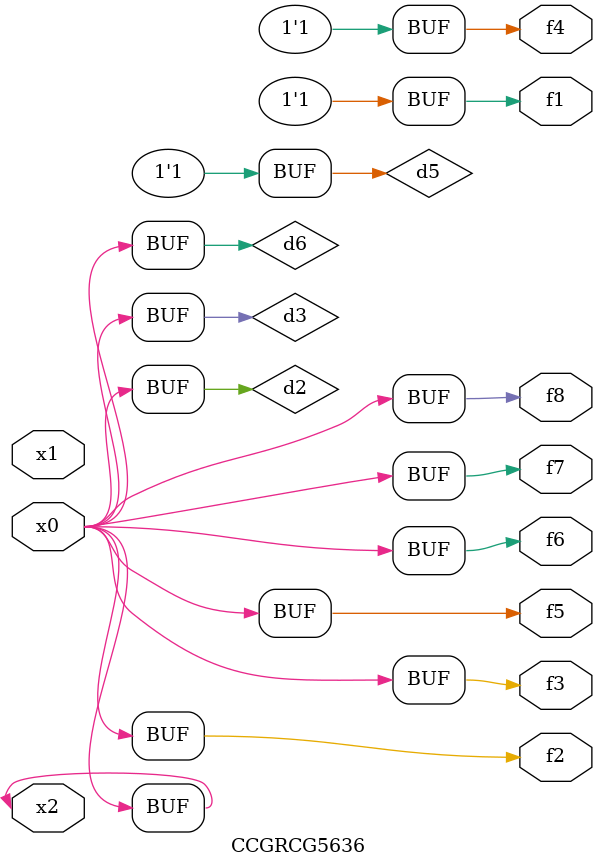
<source format=v>
module CCGRCG5636(
	input x0, x1, x2,
	output f1, f2, f3, f4, f5, f6, f7, f8
);

	wire d1, d2, d3, d4, d5, d6;

	xnor (d1, x2);
	buf (d2, x0, x2);
	and (d3, x0);
	xnor (d4, x1, x2);
	nand (d5, d1, d3);
	buf (d6, d2, d3);
	assign f1 = d5;
	assign f2 = d6;
	assign f3 = d6;
	assign f4 = d5;
	assign f5 = d6;
	assign f6 = d6;
	assign f7 = d6;
	assign f8 = d6;
endmodule

</source>
